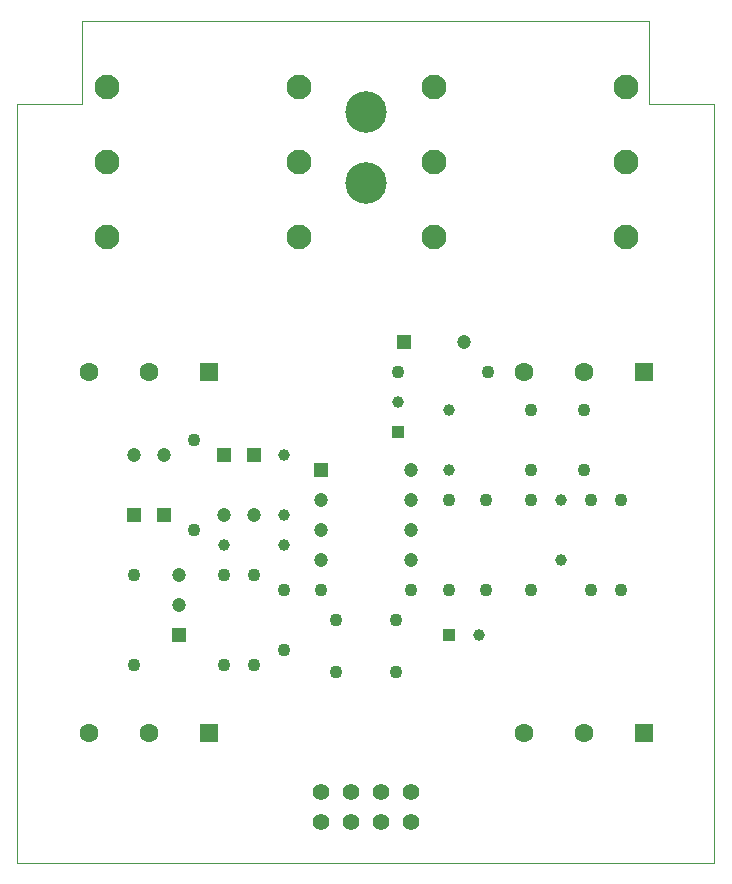
<source format=gts>
G75*
%MOIN*%
%OFA0B0*%
%FSLAX25Y25*%
%IPPOS*%
%LPD*%
%AMOC8*
5,1,8,0,0,1.08239X$1,22.5*
%
%ADD10R,0.06299X0.06299*%
%ADD11C,0.06299*%
%ADD12C,0.03937*%
%ADD13C,0.04331*%
%ADD14R,0.03937X0.03937*%
%ADD15C,0.04724*%
%ADD16R,0.04724X0.04724*%
%ADD17C,0.08268*%
%ADD18C,0.13843*%
%ADD19C,0.05512*%
%ADD20C,0.00000*%
D10*
X0068750Y0049113D03*
X0068750Y0169363D03*
X0213750Y0169363D03*
X0213750Y0049113D03*
D11*
X0193750Y0049113D03*
X0173750Y0049113D03*
X0173750Y0169363D03*
X0193750Y0169363D03*
X0048750Y0169363D03*
X0028750Y0169363D03*
X0028750Y0049113D03*
X0048750Y0049113D03*
D12*
X0073750Y0111800D03*
X0093750Y0111800D03*
X0093750Y0121800D03*
X0093750Y0141800D03*
X0132000Y0159300D03*
X0148750Y0156800D03*
X0148750Y0136800D03*
X0186250Y0126800D03*
X0186250Y0106800D03*
X0158750Y0081800D03*
D13*
X0161250Y0096800D03*
X0148750Y0096800D03*
X0136250Y0096800D03*
X0131250Y0086800D03*
X0131250Y0069300D03*
X0111250Y0069300D03*
X0111250Y0086800D03*
X0106250Y0096800D03*
X0093750Y0096800D03*
X0083750Y0101800D03*
X0073750Y0101800D03*
X0063750Y0116800D03*
X0043750Y0101800D03*
X0043750Y0071800D03*
X0073750Y0071800D03*
X0083750Y0071800D03*
X0093750Y0076800D03*
X0148750Y0126800D03*
X0161250Y0126800D03*
X0176250Y0126800D03*
X0176250Y0136800D03*
X0176250Y0156800D03*
X0161750Y0169300D03*
X0131750Y0169300D03*
X0176250Y0096800D03*
X0196250Y0096800D03*
X0206250Y0096800D03*
X0206250Y0126800D03*
X0196250Y0126800D03*
X0193750Y0136800D03*
X0193750Y0156800D03*
X0063750Y0146800D03*
D14*
X0132000Y0149300D03*
X0148750Y0081800D03*
D15*
X0136250Y0106800D03*
X0136250Y0116800D03*
X0136250Y0126800D03*
X0136250Y0136800D03*
X0106250Y0126800D03*
X0106250Y0116800D03*
X0106250Y0106800D03*
X0083750Y0121800D03*
X0073750Y0121800D03*
X0058750Y0101800D03*
X0058750Y0091800D03*
X0053750Y0141800D03*
X0043750Y0141800D03*
X0153750Y0179300D03*
D16*
X0133750Y0179300D03*
X0106250Y0136800D03*
X0083750Y0141800D03*
X0073750Y0141800D03*
X0053750Y0121800D03*
X0043750Y0121800D03*
X0058750Y0081800D03*
D17*
X0034801Y0214550D03*
X0034801Y0239550D03*
X0034801Y0264550D03*
X0098699Y0264550D03*
X0098699Y0239550D03*
X0098699Y0214550D03*
X0143801Y0214550D03*
X0143801Y0239550D03*
X0143801Y0264550D03*
X0207699Y0264550D03*
X0207699Y0239550D03*
X0207699Y0214550D03*
D18*
X0121250Y0232388D03*
X0121250Y0256010D03*
D19*
X0116250Y0029300D03*
X0116250Y0019300D03*
X0106250Y0019300D03*
X0106250Y0029300D03*
X0126250Y0029300D03*
X0126250Y0019300D03*
X0136250Y0019300D03*
X0136250Y0029300D03*
D20*
X0237283Y0005800D02*
X0005000Y0005800D01*
X0005000Y0258831D01*
X0026654Y0258831D01*
X0026654Y0286391D01*
X0215630Y0286391D01*
X0215630Y0258831D01*
X0237283Y0258831D01*
X0237283Y0005800D01*
M02*

</source>
